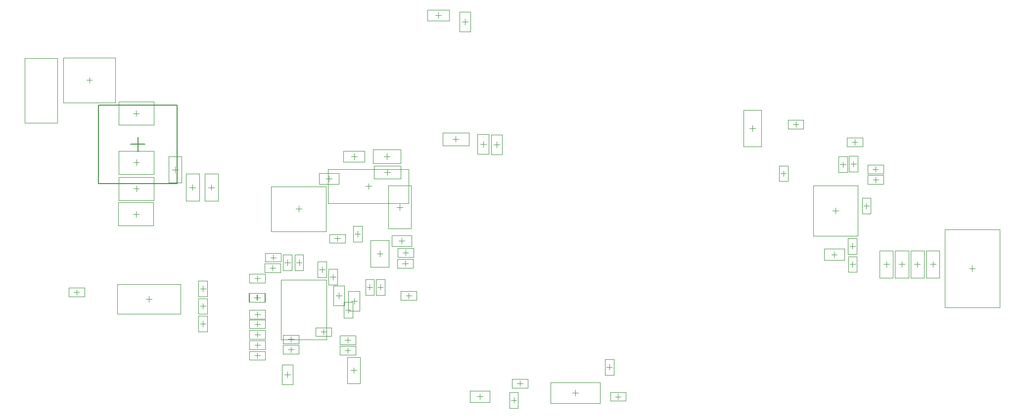
<source format=gbr>
%TF.GenerationSoftware,Altium Limited,Altium Designer,19.0.10 (269)*%
G04 Layer_Color=32768*
%FSLAX26Y26*%
%MOIN*%
%TF.FileFunction,Other,Mechanical_15*%
%TF.Part,Single*%
G01*
G75*
%TA.AperFunction,NonConductor*%
%ADD81C,0.003937*%
%ADD83C,0.007874*%
%ADD115C,0.001968*%
D81*
X5527559Y2023622D02*
Y2062992D01*
X5507874Y2043307D02*
X5547244D01*
X2078740Y1205709D02*
Y1243110D01*
X2060039Y1224409D02*
X2097441D01*
X3244095Y2470315D02*
Y2509685D01*
X3224409Y2490000D02*
X3263780D01*
X3153543Y2472441D02*
Y2511811D01*
X3133858Y2492126D02*
X3173228D01*
X2968504Y2507874D02*
Y2547244D01*
X2948819Y2527559D02*
X2988189D01*
X5657480Y2487205D02*
Y2524606D01*
X5638779Y2505905D02*
X5676181D01*
X2360512Y2207908D02*
X2399882D01*
X2380197Y2188223D02*
Y2227593D01*
X2123032Y1594488D02*
X2160433D01*
X2141732Y1575787D02*
Y1613189D01*
X5630256Y2358268D02*
X5667658D01*
X5648957Y2339567D02*
Y2376968D01*
X5780512Y2251968D02*
X5817913D01*
X5799213Y2233268D02*
Y2270669D01*
X5796998Y2304301D02*
Y2341703D01*
X5778297Y2323002D02*
X5815699D01*
X6429134Y1653543D02*
X6468504D01*
X6448819Y1633858D02*
Y1673228D01*
X5500000Y1747278D02*
X5539370D01*
X5519685Y1727593D02*
Y1766963D01*
X5641900Y1784616D02*
Y1822018D01*
X5623199Y1803317D02*
X5660600D01*
X5624246Y1681102D02*
X5661648D01*
X5642947Y1662402D02*
Y1699803D01*
X5717520Y2074803D02*
X5754921D01*
X5736221Y2056102D02*
Y2093504D01*
X5577923Y2336063D02*
Y2373465D01*
X5559223Y2354764D02*
X5596624D01*
X5158465Y2294301D02*
X5195866D01*
X5177165Y2275601D02*
Y2313002D01*
X5259842Y2607284D02*
Y2644685D01*
X5241142Y2625984D02*
X5278543D01*
X4003937Y967913D02*
Y1005315D01*
X3985236Y986614D02*
X4022638D01*
X3775423Y793140D02*
Y832510D01*
X3755738Y812825D02*
X3795108D01*
X3360000Y745299D02*
Y782701D01*
X3341299Y764000D02*
X3378701D01*
X3111268Y787825D02*
X3150638D01*
X3130953Y768140D02*
Y807510D01*
X2263780Y1433071D02*
X2303150D01*
X2283465Y1413386D02*
Y1452756D01*
X2221457Y1169626D02*
X2258858D01*
X2240157Y1150926D02*
Y1188327D01*
X2221457Y1098593D02*
X2258858D01*
X2240157Y1079892D02*
Y1117293D01*
X2281329Y944882D02*
Y984252D01*
X2261644Y964567D02*
X2301014D01*
X1814961Y937008D02*
X1854331D01*
X1834646Y917323D02*
Y956693D01*
X1839567Y1105315D02*
X1876968D01*
X1858268Y1086614D02*
Y1124016D01*
X1839567Y1174695D02*
X1876968D01*
X1858268Y1155994D02*
Y1193395D01*
X2507874Y2283465D02*
Y2322835D01*
X2488189Y2303150D02*
X2527559D01*
X795275Y2700787D02*
X834646D01*
X814961Y2681102D02*
Y2720472D01*
X796850Y2368504D02*
X836220D01*
X816535Y2348819D02*
Y2388189D01*
X796850Y2192126D02*
X836221D01*
X816535Y2172441D02*
Y2211811D01*
X794094Y2019685D02*
X833465D01*
X813779Y2000000D02*
Y2039370D01*
X324803Y2773004D02*
Y3076154D01*
X675197Y2773004D02*
Y3076154D01*
X324803D02*
X675197D01*
X324803Y2773004D02*
X675197D01*
X480315Y2924579D02*
X519685D01*
X500000Y2904894D02*
Y2944264D01*
X1910541Y2035433D02*
Y2074803D01*
X1890856Y2055118D02*
X1930226D01*
X1894685Y1692913D02*
X1932087D01*
X1913386Y1674213D02*
Y1711614D01*
X1815945Y1692913D02*
X1853347D01*
X1834646Y1674213D02*
Y1711614D01*
X1717352Y1656545D02*
X1754754D01*
X1736053Y1637845D02*
Y1675246D01*
X1739173Y1708878D02*
Y1746280D01*
X1720472Y1727579D02*
X1757874D01*
X2225394Y1371801D02*
X2262795D01*
X2244095Y1353100D02*
Y1390502D01*
X2288385Y1885827D02*
X2325786D01*
X2307086Y1867126D02*
Y1904527D01*
X2171535Y1835630D02*
Y1873032D01*
X2152835Y1854331D02*
X2190236D01*
X901575Y1425850D02*
Y1465220D01*
X881890Y1445535D02*
X921260D01*
X1247047Y1515827D02*
X1284449D01*
X1265748Y1497126D02*
Y1534528D01*
X1247047Y1397716D02*
X1284449D01*
X1265748Y1379016D02*
Y1416417D01*
X1247047Y1279606D02*
X1284449D01*
X1265748Y1260906D02*
Y1298307D01*
X1613189Y1584981D02*
X1650591D01*
X1631890Y1566280D02*
Y1603681D01*
X1613189Y1456693D02*
X1650591D01*
X1631890Y1437992D02*
Y1475393D01*
X1609252Y1456693D02*
X1646654D01*
X1627953Y1437992D02*
Y1475394D01*
X1613189Y1342520D02*
X1650591D01*
X1631890Y1323819D02*
Y1361220D01*
X1613189Y1277559D02*
X1650591D01*
X1631890Y1258858D02*
Y1296260D01*
X1613189Y1206526D02*
X1650591D01*
X1631890Y1187825D02*
Y1225226D01*
X1613189Y1135492D02*
X1650591D01*
X1631890Y1116791D02*
Y1154193D01*
X1613189Y1064458D02*
X1650591D01*
X1631890Y1045758D02*
Y1083159D01*
X394685Y1492126D02*
X432087D01*
X413386Y1473425D02*
Y1510827D01*
X2389596Y1507874D02*
Y1545276D01*
X2370896Y1526575D02*
X2408297D01*
X2460630Y1507874D02*
Y1545276D01*
X2441929Y1526575D02*
X2479331D01*
X2633131Y1468504D02*
X2670532D01*
X2651831Y1449803D02*
Y1487205D01*
X2583829Y1838750D02*
X2623199D01*
X2603514Y1819065D02*
Y1858435D01*
X2628367Y1668307D02*
Y1705709D01*
X2609666Y1687008D02*
X2647067D01*
X2611220Y1759842D02*
X2648622D01*
X2629921Y1741142D02*
Y1778543D01*
X3382874Y876378D02*
X3420276D01*
X3401575Y857677D02*
Y895079D01*
X4948819Y2599803D02*
X4988189D01*
X4968504Y2580118D02*
Y2619488D01*
X1321732Y2181102D02*
Y2220472D01*
X1302047Y2200787D02*
X1341417D01*
X1195748Y2181102D02*
Y2220472D01*
X1176063Y2200787D02*
X1215433D01*
X1077953Y2300787D02*
Y2340157D01*
X1058268Y2320472D02*
X1097638D01*
X2114173Y2239173D02*
Y2278543D01*
X2094488Y2258858D02*
X2133858D01*
X2181102Y1448819D02*
Y1488189D01*
X2161417Y1468504D02*
X2200787D01*
X2484252Y2409449D02*
X2523622D01*
X2503937Y2389764D02*
Y2429134D01*
X2570866Y2066929D02*
X2610236D01*
X2590551Y2047244D02*
Y2086614D01*
X2283465Y2389764D02*
Y2429134D01*
X2263780Y2409449D02*
X2303150D01*
X2456693Y1732284D02*
Y1771653D01*
X2437008Y1751968D02*
X2476378D01*
X4044291Y787402D02*
X4081693D01*
X4062992Y768701D02*
Y806102D01*
X5870079Y1661417D02*
Y1700787D01*
X5850394Y1681102D02*
X5889764D01*
X5974577Y1661417D02*
Y1700787D01*
X5954892Y1681102D02*
X5994262D01*
X6079075Y1661417D02*
Y1700787D01*
X6059390Y1681102D02*
X6098760D01*
X6183573Y1661417D02*
Y1700787D01*
X6163888Y1681102D02*
X6203258D01*
X3011811Y3318898D02*
X3051181D01*
X3031496Y3299213D02*
Y3338583D01*
X2830709Y3362992D02*
X2870079D01*
X2850394Y3343307D02*
Y3382677D01*
X2067913Y1627257D02*
Y1664659D01*
X2049213Y1645958D02*
X2086614D01*
D83*
X826772Y2442128D02*
Y2540553D01*
X777559Y2491340D02*
X875984D01*
X826772Y2225593D02*
X1092520D01*
Y2491340D01*
Y2757088D01*
X826772D02*
X1092520D01*
X561024D02*
X826772D01*
X561024Y2491340D02*
Y2757088D01*
Y2225593D02*
Y2491340D01*
Y2225593D02*
X826772D01*
D115*
X5377953Y1873032D02*
X5677165D01*
X5377953Y2213583D02*
X5677165D01*
X5377953Y1873032D02*
Y2213583D01*
X5677165Y1873032D02*
Y2213583D01*
X283858Y2637008D02*
Y3074016D01*
X63386D02*
X283858D01*
X63386Y2637008D02*
X283858D01*
X63386D02*
Y3074016D01*
X2131890Y1194882D02*
Y1253937D01*
X2025591D02*
X2131890D01*
X2025591Y1194882D02*
X2131890D01*
X2025591D02*
Y1253937D01*
X3281496Y2423071D02*
Y2556929D01*
X3206693D02*
X3281496D01*
X3206693Y2423071D02*
X3281496D01*
X3206693D02*
Y2556929D01*
X3190945Y2425197D02*
Y2559055D01*
X3116142D02*
X3190945D01*
X3116142Y2425197D02*
X3190945D01*
X3116142D02*
Y2559055D01*
X3057087Y2484252D02*
Y2570866D01*
X2879921D02*
X3057087D01*
X2879921Y2484252D02*
X3057087D01*
X2879921D02*
Y2570866D01*
X5604331Y2476378D02*
X5710630D01*
X5604331Y2535433D02*
X5710630D01*
Y2476378D02*
Y2535433D01*
X5604331Y2476378D02*
Y2535433D01*
X2107559Y2091766D02*
Y2324049D01*
X2652835Y2091766D02*
Y2324049D01*
X2107559D02*
X2652835D01*
X2107559Y2091766D02*
X2652835D01*
X2171260Y1541339D02*
Y1647638D01*
X2112205Y1541339D02*
Y1647638D01*
X2171260D01*
X2112205Y1541339D02*
X2171260D01*
X5619430Y2305118D02*
Y2411417D01*
X5678485Y2305118D02*
Y2411417D01*
X5619430Y2305118D02*
X5678485D01*
X5619430Y2411417D02*
X5678485D01*
X5746063Y2222441D02*
Y2281496D01*
X5852362Y2222441D02*
Y2281496D01*
X5746063D02*
X5852362D01*
X5746063Y2222441D02*
X5852362D01*
X5743848Y2293475D02*
X5850148D01*
X5743848Y2352530D02*
X5850148D01*
Y2293475D02*
Y2352530D01*
X5743848Y2293475D02*
Y2352530D01*
X6263779Y1389764D02*
Y1917323D01*
X6633858Y1389764D02*
Y1917323D01*
X6263779Y1389764D02*
X6633858D01*
X6263779Y1917323D02*
X6633858D01*
X5452756Y1709876D02*
Y1784679D01*
X5586614Y1709876D02*
Y1784679D01*
X5452756D02*
X5586614D01*
X5452756Y1709876D02*
X5586614D01*
X5612372Y1750167D02*
X5671427D01*
X5612372Y1856467D02*
X5671427D01*
X5612372Y1750167D02*
Y1856467D01*
X5671427Y1750167D02*
Y1856467D01*
X5672474Y1627953D02*
Y1734252D01*
X5613419Y1627953D02*
Y1734252D01*
X5672474D01*
X5613419Y1627953D02*
X5672474D01*
X5765748Y2021653D02*
Y2127953D01*
X5706693Y2021653D02*
Y2127953D01*
X5765748D01*
X5706693Y2021653D02*
X5765748D01*
X5548396Y2301614D02*
X5607451D01*
X5548396Y2407913D02*
X5607451D01*
X5548396Y2301614D02*
Y2407913D01*
X5607451Y2301614D02*
Y2407913D01*
X5206693Y2241152D02*
Y2347451D01*
X5147638Y2241152D02*
Y2347451D01*
X5206693D01*
X5147638Y2241152D02*
X5206693D01*
Y2655512D02*
X5312992D01*
X5206693Y2596457D02*
X5312992D01*
X5206693D02*
Y2655512D01*
X5312992Y2596457D02*
Y2655512D01*
X3974409Y1039764D02*
X4033465D01*
X3974409Y933465D02*
X4033465D01*
X3974409D02*
Y1039764D01*
X4033465Y933465D02*
Y1039764D01*
X3608100Y881722D02*
X3942746D01*
X3608100Y743927D02*
X3942746D01*
X3608100D02*
Y881722D01*
X3942746Y743927D02*
Y881722D01*
X3330472Y710850D02*
X3389528D01*
X3330472Y817150D02*
X3389528D01*
X3330472Y710850D02*
Y817150D01*
X3389528Y710850D02*
Y817150D01*
X3197882Y750423D02*
Y825226D01*
X3064024Y750423D02*
Y825226D01*
Y750423D02*
X3197882D01*
X3064024Y825226D02*
X3197882D01*
X2246063Y1366142D02*
Y1500000D01*
X2320866D01*
X2246063Y1366142D02*
X2320866D01*
Y1500000D01*
X2187008Y1140099D02*
Y1199154D01*
X2293307Y1140099D02*
Y1199154D01*
X2187008Y1140099D02*
X2293307D01*
X2187008Y1199154D02*
X2293307D01*
X2187008Y1069065D02*
Y1128120D01*
X2293307Y1069065D02*
Y1128120D01*
X2187008Y1069065D02*
X2293307D01*
X2187008Y1128120D02*
X2293307D01*
X2238022Y875984D02*
X2324636D01*
X2238022D02*
Y1053150D01*
X2324636Y875984D02*
Y1053150D01*
X2238022D02*
X2324636D01*
X1797244Y870079D02*
Y1003937D01*
X1872047Y870079D02*
Y1003937D01*
X1797244D02*
X1872047D01*
X1797244Y870079D02*
X1872047D01*
X1911417Y1075787D02*
Y1134842D01*
X1805118Y1075787D02*
Y1134842D01*
X1911417D01*
X1805118Y1075787D02*
X1911417D01*
X1805118Y1145167D02*
Y1204222D01*
X1911417Y1145167D02*
Y1204222D01*
X1805118Y1145167D02*
X1911417D01*
X1805118Y1204222D02*
X1911417D01*
X2419291Y2259843D02*
X2596457D01*
X2419291Y2346457D02*
X2596457D01*
X2419291Y2259843D02*
Y2346457D01*
X2596457Y2259843D02*
Y2346457D01*
X696850Y2622047D02*
Y2779528D01*
X933071D01*
X696850Y2622047D02*
X933071D01*
Y2779528D01*
X698425Y2289764D02*
Y2447244D01*
X934646D01*
X698425Y2289764D02*
X934646D01*
Y2447244D01*
X698425Y2113386D02*
Y2270866D01*
X934646D01*
X698425Y2113386D02*
X934646D01*
Y2270866D01*
X695669Y1940945D02*
Y2098425D01*
X931890D01*
X695669Y1940945D02*
X931890D01*
Y2098425D01*
X1725502Y1903543D02*
X2095581D01*
X1725502Y2206693D02*
X2095581D01*
Y1903543D02*
Y2206693D01*
X1725502Y1903543D02*
Y2206693D01*
X1883858Y1639764D02*
Y1746063D01*
X1942913Y1639764D02*
Y1746063D01*
X1883858Y1639764D02*
X1942913D01*
X1883858Y1746063D02*
X1942913D01*
X1805118Y1639764D02*
Y1746063D01*
X1864173Y1639764D02*
Y1746063D01*
X1805118Y1639764D02*
X1864173D01*
X1805118Y1746063D02*
X1864173D01*
X1791339Y1171260D02*
Y1576772D01*
Y1171260D02*
X2098425D01*
Y1576772D01*
X1791339D02*
X2098425D01*
X1789203Y1627018D02*
Y1686073D01*
X1682903Y1627018D02*
Y1686073D01*
Y1627018D02*
X1789203D01*
X1682903Y1686073D02*
X1789203D01*
X1686023Y1698052D02*
X1792323D01*
X1686023Y1757107D02*
X1792323D01*
Y1698052D02*
Y1757107D01*
X1686023Y1698052D02*
Y1757107D01*
X2214567Y1318651D02*
Y1424951D01*
X2273622Y1318651D02*
Y1424951D01*
X2214567Y1318651D02*
X2273622D01*
X2214567Y1424951D02*
X2273622D01*
X2336613Y1832677D02*
Y1938976D01*
X2277558Y1832677D02*
Y1938976D01*
X2336613D01*
X2277558Y1832677D02*
X2336613D01*
X2118386Y1824803D02*
X2224685D01*
X2118386Y1883858D02*
X2224685D01*
Y1824803D02*
Y1883858D01*
X2118386Y1824803D02*
Y1883858D01*
X687992Y1545929D02*
X1115157D01*
X687992Y1345141D02*
Y1545929D01*
X1115157Y1345141D02*
Y1545929D01*
X687992Y1345141D02*
X1115157D01*
X1236221Y1462677D02*
Y1568976D01*
X1295276Y1462677D02*
Y1568976D01*
X1236221Y1462677D02*
X1295276D01*
X1236221Y1568976D02*
X1295276D01*
X1295276Y1344567D02*
Y1450866D01*
X1236220Y1344567D02*
Y1450866D01*
X1295276D01*
X1236220Y1344567D02*
X1295276D01*
Y1226457D02*
Y1332756D01*
X1236220Y1226457D02*
Y1332756D01*
X1295276D01*
X1236220Y1226457D02*
X1295276D01*
X1578740Y1555453D02*
Y1614508D01*
X1685039D01*
X1578740Y1555453D02*
X1685039D01*
Y1614508D01*
X1578740Y1427165D02*
Y1486220D01*
X1685039D01*
X1578740Y1427165D02*
X1685039D01*
Y1486220D01*
X1574803Y1427165D02*
Y1486220D01*
X1681102D01*
X1574803Y1427165D02*
X1681102D01*
Y1486220D01*
X1578740Y1312992D02*
Y1372047D01*
X1685039D01*
X1578740Y1312992D02*
X1685039D01*
Y1372047D01*
X1578740Y1248032D02*
Y1307087D01*
X1685039D01*
X1578740Y1248032D02*
X1685039D01*
Y1307087D01*
X1578740Y1176998D02*
Y1236053D01*
X1685039D01*
X1578740Y1176998D02*
X1685039D01*
Y1236053D01*
X1578740Y1105965D02*
Y1165020D01*
X1685039D01*
X1578740Y1105965D02*
X1685039D01*
Y1165020D01*
X1578740Y1034931D02*
Y1093986D01*
X1685039Y1034931D02*
Y1093986D01*
X1578740D02*
X1685039D01*
X1578740Y1034931D02*
X1685039D01*
X466536Y1462598D02*
Y1521653D01*
X360236D02*
X466536D01*
X360236Y1462598D02*
X466536D01*
X360236D02*
Y1521653D01*
X2360069Y1579724D02*
X2419124D01*
X2360069Y1473425D02*
X2419124D01*
Y1579724D01*
X2360069Y1473425D02*
Y1579724D01*
X2431102Y1473425D02*
X2490157D01*
X2431102Y1579724D02*
X2490157D01*
X2431102Y1473425D02*
Y1579724D01*
X2490157Y1473425D02*
Y1579724D01*
X2704981Y1438976D02*
Y1498032D01*
X2598682Y1438976D02*
Y1498032D01*
Y1438976D02*
X2704981D01*
X2598682Y1498032D02*
X2704981D01*
X2536585Y1801349D02*
Y1876152D01*
X2670443Y1801349D02*
Y1876152D01*
X2536585D02*
X2670443D01*
X2536585Y1801349D02*
X2670443D01*
X2575217Y1716535D02*
X2681516D01*
X2575217Y1657480D02*
X2681516D01*
Y1716535D01*
X2575217Y1657480D02*
Y1716535D01*
X2576772Y1730315D02*
Y1789370D01*
X2683071Y1730315D02*
Y1789370D01*
X2576772Y1730315D02*
X2683071D01*
X2576772Y1789370D02*
X2683071D01*
X3348425Y846851D02*
Y905906D01*
X3454724Y846851D02*
Y905906D01*
X3348425Y846851D02*
X3454724D01*
X3348425Y905906D02*
X3454724D01*
X4907480Y2475787D02*
Y2723819D01*
X5029528Y2475787D02*
Y2723819D01*
X4907480D02*
X5029528D01*
X4907480Y2475787D02*
X5029528D01*
X1276457Y2108268D02*
Y2293307D01*
X1367008D01*
X1276457Y2108268D02*
X1367008D01*
Y2293307D01*
X1150472Y2108268D02*
Y2293307D01*
X1241024D01*
X1150472Y2108268D02*
X1241024D01*
Y2293307D01*
X1121260Y2231890D02*
Y2409055D01*
X1034646Y2231890D02*
X1121260D01*
X1034646Y2409055D02*
X1121260D01*
X1034646Y2231890D02*
Y2409055D01*
X2181102Y2221457D02*
Y2296260D01*
X2047244Y2221457D02*
X2181102D01*
X2047244Y2296260D02*
X2181102D01*
X2047244Y2221457D02*
Y2296260D01*
X2218504Y1401575D02*
Y1535433D01*
X2143701Y1401575D02*
X2218504D01*
X2143701Y1535433D02*
X2218504D01*
X2143701Y1401575D02*
Y1535433D01*
X2596457Y2364173D02*
Y2454724D01*
X2411417Y2364173D02*
Y2454724D01*
X2596457D01*
X2411417Y2364173D02*
X2596457D01*
X2667323Y1922244D02*
Y2211614D01*
X2513780Y1922244D02*
Y2211614D01*
Y1922244D02*
X2667323D01*
X2513780Y2211614D02*
X2667323D01*
X2210630Y2374016D02*
X2356299D01*
X2210630Y2444882D02*
X2356299D01*
X2210630Y2374016D02*
Y2444882D01*
X2356299Y2374016D02*
Y2444882D01*
X2393701Y1661417D02*
X2519685D01*
X2393701Y1842520D02*
X2519685D01*
Y1661417D02*
Y1842520D01*
X2393701Y1661417D02*
Y1842520D01*
X4116142Y757874D02*
Y816929D01*
X4009843Y757874D02*
Y816929D01*
Y757874D02*
X4116142D01*
X4009843Y816929D02*
X4116142D01*
X5824803Y1588582D02*
X5915354D01*
X5824803Y1773622D02*
X5915354D01*
X5824803Y1588582D02*
Y1773622D01*
X5915354Y1588582D02*
Y1773622D01*
X5929301Y1588583D02*
X6019852D01*
X5929301Y1773622D02*
X6019852D01*
X5929301Y1588583D02*
Y1773622D01*
X6019852Y1588583D02*
Y1773622D01*
X6033799Y1588583D02*
X6124350D01*
X6033799Y1773622D02*
X6124350D01*
X6033799Y1588583D02*
Y1773622D01*
X6124350Y1588583D02*
Y1773622D01*
X6138297Y1588583D02*
X6228848D01*
X6138297Y1773622D02*
X6228848D01*
X6138297Y1588583D02*
Y1773622D01*
X6228848Y1588583D02*
Y1773622D01*
X3068898Y3251968D02*
Y3385827D01*
X2994095Y3251968D02*
Y3385827D01*
X3068898D01*
X2994095Y3251968D02*
X3068898D01*
X2923228Y3327559D02*
Y3398425D01*
X2777559Y3327559D02*
Y3398425D01*
Y3327559D02*
X2923228D01*
X2777559Y3398425D02*
X2923228D01*
X2038386Y1592809D02*
X2097441D01*
X2038386Y1699108D02*
X2097441D01*
X2038386Y1592809D02*
Y1699108D01*
X2097441Y1592809D02*
Y1699108D01*
%TF.MD5,ffa6f584c89a8d7cd8e1bfeb8f723e3d*%
M02*

</source>
